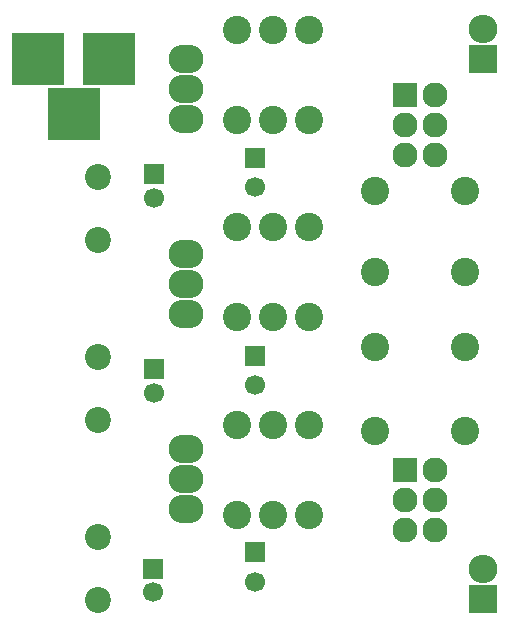
<source format=gbs>
G04 #@! TF.FileFunction,Soldermask,Bot*
%FSLAX46Y46*%
G04 Gerber Fmt 4.6, Leading zero omitted, Abs format (unit mm)*
G04 Created by KiCad (PCBNEW 4.0.2-stable) date 2016-05-19 14:30:26*
%MOMM*%
G01*
G04 APERTURE LIST*
%ADD10C,0.100000*%
%ADD11C,2.398980*%
%ADD12R,1.700000X1.700000*%
%ADD13C,1.700000*%
%ADD14R,2.127200X2.127200*%
%ADD15O,2.127200X2.127200*%
%ADD16R,2.432000X2.432000*%
%ADD17O,2.432000X2.432000*%
%ADD18O,2.940000X2.432000*%
%ADD19R,4.400000X4.400000*%
%ADD20C,2.200000*%
G04 APERTURE END LIST*
D10*
D11*
X101092000Y-39116000D03*
X93472000Y-39116000D03*
D12*
X74803000Y-37719000D03*
D13*
X74803000Y-39719000D03*
D12*
X74803000Y-54229000D03*
D13*
X74803000Y-56229000D03*
D12*
X74676000Y-71120000D03*
D13*
X74676000Y-73120000D03*
D14*
X96012000Y-62738000D03*
D15*
X98552000Y-62738000D03*
X96012000Y-65278000D03*
X98552000Y-65278000D03*
X96012000Y-67818000D03*
X98552000Y-67818000D03*
D16*
X102616000Y-73660000D03*
D17*
X102616000Y-71120000D03*
D14*
X96012000Y-30988000D03*
D15*
X98552000Y-30988000D03*
X96012000Y-33528000D03*
X98552000Y-33528000D03*
X96012000Y-36068000D03*
X98552000Y-36068000D03*
D16*
X102616000Y-27940000D03*
D17*
X102616000Y-25400000D03*
D11*
X81788000Y-33147000D03*
X81788000Y-25527000D03*
X84836000Y-25527000D03*
X84836000Y-33147000D03*
X81788000Y-49784000D03*
X81788000Y-42164000D03*
X84836000Y-42164000D03*
X84836000Y-49784000D03*
X81788000Y-66548000D03*
X81788000Y-58928000D03*
X84836000Y-58928000D03*
X84836000Y-66548000D03*
X87884000Y-33147000D03*
X87884000Y-25527000D03*
X87884000Y-49784000D03*
X87884000Y-42164000D03*
X87884000Y-66548000D03*
X87884000Y-58928000D03*
X93472000Y-59436000D03*
X101092000Y-59436000D03*
X101092000Y-52324000D03*
X93472000Y-52324000D03*
X93472000Y-45974000D03*
X101092000Y-45974000D03*
D18*
X77470000Y-30480000D03*
X77470000Y-27940000D03*
X77470000Y-33020000D03*
X77470000Y-46990000D03*
X77470000Y-44450000D03*
X77470000Y-49530000D03*
X77470000Y-63500000D03*
X77470000Y-60960000D03*
X77470000Y-66040000D03*
D13*
X83312000Y-38822000D03*
D12*
X83312000Y-36322000D03*
D13*
X83312000Y-55586000D03*
D12*
X83312000Y-53086000D03*
D13*
X83312000Y-72223000D03*
D12*
X83312000Y-69723000D03*
D19*
X70970140Y-27940000D03*
X64970660Y-27940000D03*
X67970400Y-32639000D03*
D20*
X70000000Y-37990000D03*
X70000000Y-43290000D03*
X70000000Y-53230000D03*
X70000000Y-58530000D03*
X70000000Y-68470000D03*
X70000000Y-73770000D03*
M02*

</source>
